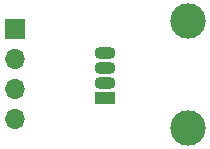
<source format=gbr>
%TF.GenerationSoftware,KiCad,Pcbnew,5.1.5-52549c5~86~ubuntu16.04.1*%
%TF.CreationDate,2020-10-09T17:32:45+05:30*%
%TF.ProjectId,DIP_3_color_LED_Module_V1.0,4449505f-335f-4636-9f6c-6f725f4c4544,V1.0*%
%TF.SameCoordinates,Original*%
%TF.FileFunction,Soldermask,Top*%
%TF.FilePolarity,Negative*%
%FSLAX46Y46*%
G04 Gerber Fmt 4.6, Leading zero omitted, Abs format (unit mm)*
G04 Created by KiCad (PCBNEW 5.1.5-52549c5~86~ubuntu16.04.1) date 2020-10-09 17:32:45*
%MOMM*%
%LPD*%
G04 APERTURE LIST*
%ADD10C,3.000000*%
%ADD11O,1.700000X1.700000*%
%ADD12R,1.700000X1.700000*%
%ADD13O,1.800000X1.070000*%
%ADD14R,1.800000X1.070000*%
G04 APERTURE END LIST*
D10*
%TO.C,H1*%
X146210000Y-102729000D03*
%TD*%
%TO.C,H2*%
X146210000Y-93729000D03*
%TD*%
D11*
%TO.C,J1*%
X131572000Y-101981000D03*
X131572000Y-99441000D03*
X131572000Y-96901000D03*
D12*
X131572000Y-94361000D03*
%TD*%
D13*
%TO.C,D1*%
X139210000Y-96369000D03*
X139210000Y-97639000D03*
X139210000Y-98909000D03*
D14*
X139210000Y-100179000D03*
%TD*%
M02*

</source>
